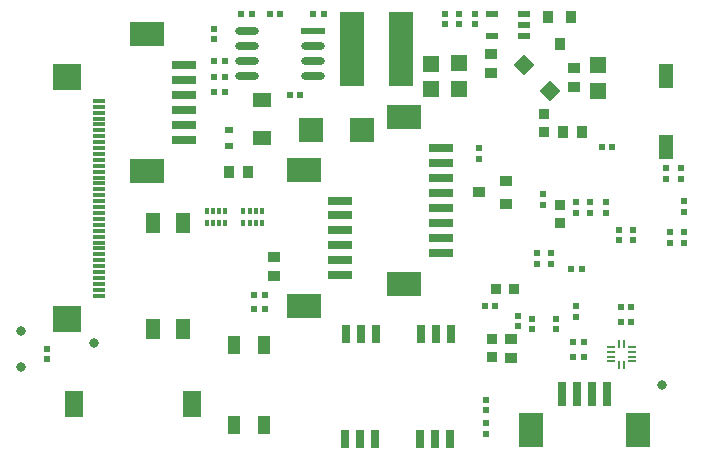
<source format=gbp>
%FSLAX44Y44*%
%MOMM*%
G71*
G01*
G75*
G04 Layer_Color=128*
%ADD10R,0.5000X0.6000*%
%ADD11R,1.0668X0.8128*%
%ADD12R,0.6000X0.5000*%
%ADD13R,0.8000X1.6000*%
%ADD14O,2.0320X0.6096*%
%ADD15R,2.0320X0.6096*%
%ADD16O,2.0000X0.3500*%
%ADD17R,1.5000X0.4000*%
G04:AMPARAMS|DCode=18|XSize=0.22mm|YSize=0.8mm|CornerRadius=0mm|HoleSize=0mm|Usage=FLASHONLY|Rotation=90.000|XOffset=0mm|YOffset=0mm|HoleType=Round|Shape=RoundedRectangle|*
%AMROUNDEDRECTD18*
21,1,0.2200,0.8000,0,0,90.0*
21,1,0.2200,0.8000,0,0,90.0*
1,1,0.0000,0.4000,0.1100*
1,1,0.0000,0.4000,-0.1100*
1,1,0.0000,-0.4000,-0.1100*
1,1,0.0000,-0.4000,0.1100*
%
%ADD18ROUNDEDRECTD18*%
G04:AMPARAMS|DCode=19|XSize=0.22mm|YSize=0.8mm|CornerRadius=0mm|HoleSize=0mm|Usage=FLASHONLY|Rotation=0.000|XOffset=0mm|YOffset=0mm|HoleType=Round|Shape=RoundedRectangle|*
%AMROUNDEDRECTD19*
21,1,0.2200,0.8000,0,0,0.0*
21,1,0.2200,0.8000,0,0,0.0*
1,1,0.0000,0.1100,-0.4000*
1,1,0.0000,-0.1100,-0.4000*
1,1,0.0000,-0.1100,0.4000*
1,1,0.0000,0.1100,0.4000*
%
%ADD19ROUNDEDRECTD19*%
%ADD20R,4.3000X4.3000*%
%ADD21R,1.4000X0.6000*%
%ADD22R,1.8000X0.2500*%
%ADD23R,1.2000X2.2000*%
%ADD24R,1.6000X1.4000*%
%ADD25R,1.1000X1.4000*%
%ADD26R,0.7000X1.6000*%
%ADD27R,0.6000X0.7000*%
%ADD28R,1.2000X1.4000*%
%ADD29P,1.8385X4X90.0*%
%ADD30R,0.8890X1.0160*%
%ADD31R,1.0160X0.8890*%
%ADD32C,0.4000*%
%ADD33C,0.2000*%
%ADD34C,0.3000*%
%ADD35C,0.2540*%
%ADD36C,0.1270*%
%ADD37C,0.5000*%
%ADD38C,0.6000*%
%ADD39C,0.5000*%
%ADD40C,0.3000*%
G04:AMPARAMS|DCode=41|XSize=4mm|YSize=4mm|CornerRadius=2mm|HoleSize=0mm|Usage=FLASHONLY|Rotation=0.000|XOffset=0mm|YOffset=0mm|HoleType=Round|Shape=RoundedRectangle|*
%AMROUNDEDRECTD41*
21,1,4.0000,0.0000,0,0,0.0*
21,1,0.0000,4.0000,0,0,0.0*
1,1,4.0000,0.0000,0.0000*
1,1,4.0000,0.0000,0.0000*
1,1,4.0000,0.0000,0.0000*
1,1,4.0000,0.0000,0.0000*
%
%ADD41ROUNDEDRECTD41*%
%ADD42R,1.5240X1.5240*%
%ADD43C,1.5240*%
%ADD44C,0.8000*%
%ADD45R,0.8128X1.0668*%
%ADD46P,1.8385X4X180.0*%
%ADD47R,1.3970X1.3970*%
%ADD48R,2.1000X0.8000*%
%ADD49R,3.0000X2.1000*%
%ADD50R,1.6000X1.2000*%
%ADD51R,1.2000X1.8000*%
%ADD52R,1.0000X1.6000*%
%ADD53R,0.7500X0.2000*%
%ADD54R,0.2000X0.7500*%
%ADD55C,0.8000*%
%ADD56R,0.4064X0.5500*%
%ADD57R,0.3048X0.5500*%
%ADD58R,0.8128X0.8128*%
%ADD59R,1.6000X2.2000*%
G04:AMPARAMS|DCode=60|XSize=2mm|YSize=2mm|CornerRadius=0mm|HoleSize=0mm|Usage=FLASHONLY|Rotation=180.000|XOffset=0mm|YOffset=0mm|HoleType=Round|Shape=RoundedRectangle|*
%AMROUNDEDRECTD60*
21,1,2.0000,2.0000,0,0,180.0*
21,1,2.0000,2.0000,0,0,180.0*
1,1,0.0000,-1.0000,1.0000*
1,1,0.0000,1.0000,1.0000*
1,1,0.0000,1.0000,-1.0000*
1,1,0.0000,-1.0000,-1.0000*
%
%ADD60ROUNDEDRECTD60*%
%ADD61R,0.8128X0.8128*%
%ADD62R,2.4130X2.1844*%
%ADD63R,1.1000X0.3000*%
%ADD64R,2.1500X6.3000*%
%ADD65R,1.2000X2.0000*%
%ADD66R,0.7000X0.6000*%
%ADD67R,0.8000X2.1000*%
%ADD68R,2.1000X3.0000*%
%ADD69R,1.1000X0.5000*%
%ADD70R,0.7600X1.5200*%
%ADD71C,0.1999*%
%ADD72C,0.1250*%
%ADD73C,0.2032*%
%ADD74C,0.1000*%
%ADD75C,0.1200*%
%ADD76R,0.7040X0.8040*%
%ADD77R,1.2708X1.0168*%
%ADD78R,0.8040X0.7040*%
%ADD79R,1.0040X1.8040*%
%ADD80O,2.2360X0.8136*%
%ADD81R,2.2360X0.8136*%
%ADD82O,2.2040X0.5540*%
%ADD83R,1.7040X0.6040*%
G04:AMPARAMS|DCode=84|XSize=0.424mm|YSize=1.004mm|CornerRadius=0mm|HoleSize=0mm|Usage=FLASHONLY|Rotation=90.000|XOffset=0mm|YOffset=0mm|HoleType=Round|Shape=RoundedRectangle|*
%AMROUNDEDRECTD84*
21,1,0.4240,1.0040,0,0,90.0*
21,1,0.4240,1.0040,0,0,90.0*
1,1,0.0000,0.5020,0.2120*
1,1,0.0000,0.5020,-0.2120*
1,1,0.0000,-0.5020,-0.2120*
1,1,0.0000,-0.5020,0.2120*
%
%ADD84ROUNDEDRECTD84*%
G04:AMPARAMS|DCode=85|XSize=0.424mm|YSize=1.004mm|CornerRadius=0mm|HoleSize=0mm|Usage=FLASHONLY|Rotation=0.000|XOffset=0mm|YOffset=0mm|HoleType=Round|Shape=RoundedRectangle|*
%AMROUNDEDRECTD85*
21,1,0.4240,1.0040,0,0,0.0*
21,1,0.4240,1.0040,0,0,0.0*
1,1,0.0000,0.2120,-0.5020*
1,1,0.0000,-0.2120,-0.5020*
1,1,0.0000,-0.2120,0.5020*
1,1,0.0000,0.2120,0.5020*
%
%ADD85ROUNDEDRECTD85*%
%ADD86R,4.5040X4.5040*%
%ADD87R,1.6040X0.8040*%
%ADD88R,2.0040X0.4540*%
%ADD89R,1.4040X2.4040*%
%ADD90R,1.8040X1.6040*%
%ADD91R,1.3040X1.6040*%
%ADD92R,0.9040X1.8040*%
%ADD93R,0.8040X0.9040*%
%ADD94R,1.4040X1.6040*%
%ADD95P,2.1270X4X90.0*%
%ADD96R,1.0930X1.2200*%
%ADD97R,1.2200X1.0930*%
%ADD98C,0.7040*%
%ADD99C,0.5040*%
%ADD100C,0.2040*%
G04:AMPARAMS|DCode=101|XSize=4.204mm|YSize=4.204mm|CornerRadius=2.102mm|HoleSize=0mm|Usage=FLASHONLY|Rotation=0.000|XOffset=0mm|YOffset=0mm|HoleType=Round|Shape=RoundedRectangle|*
%AMROUNDEDRECTD101*
21,1,4.2040,0.0000,0,0,0.0*
21,1,0.0000,4.2040,0,0,0.0*
1,1,4.2040,0.0000,0.0000*
1,1,4.2040,0.0000,0.0000*
1,1,4.2040,0.0000,0.0000*
1,1,4.2040,0.0000,0.0000*
%
%ADD101ROUNDEDRECTD101*%
%ADD102R,1.7280X1.7280*%
%ADD103C,1.7280*%
%ADD104R,1.0168X1.2708*%
%ADD105P,2.1270X4X180.0*%
%ADD106R,1.6010X1.6010*%
%ADD107R,2.3040X1.0040*%
%ADD108R,3.2040X2.3040*%
%ADD109R,1.8040X1.4040*%
%ADD110R,1.4040X2.0040*%
%ADD111R,1.2040X1.8040*%
%ADD112R,0.9540X0.4040*%
%ADD113R,0.4040X0.9540*%
%ADD114C,1.0040*%
%ADD115R,0.6104X0.7540*%
%ADD116R,0.5088X0.7540*%
%ADD117R,1.0168X1.0168*%
%ADD118R,1.8040X2.4040*%
G04:AMPARAMS|DCode=119|XSize=2.204mm|YSize=2.204mm|CornerRadius=0mm|HoleSize=0mm|Usage=FLASHONLY|Rotation=180.000|XOffset=0mm|YOffset=0mm|HoleType=Round|Shape=RoundedRectangle|*
%AMROUNDEDRECTD119*
21,1,2.2040,2.2040,0,0,180.0*
21,1,2.2040,2.2040,0,0,180.0*
1,1,0.0000,-1.1020,1.1020*
1,1,0.0000,1.1020,1.1020*
1,1,0.0000,1.1020,-1.1020*
1,1,0.0000,-1.1020,-1.1020*
%
%ADD119ROUNDEDRECTD119*%
%ADD120R,1.0168X1.0168*%
%ADD121R,2.6170X2.3884*%
%ADD122R,1.3040X0.5040*%
%ADD123R,2.3540X6.5040*%
%ADD124R,1.4040X2.2040*%
%ADD125R,0.9040X0.8040*%
%ADD126R,1.0040X2.3040*%
%ADD127R,2.3040X3.2040*%
%ADD128R,1.3040X0.7040*%
%ADD129R,0.9640X1.7240*%
D10*
X234500Y-67000D02*
D03*
X225500D02*
D03*
X-109500Y115000D02*
D03*
X-118500D02*
D03*
X-62500Y181000D02*
D03*
X-71500D02*
D03*
X192500Y-35000D02*
D03*
X183500D02*
D03*
X110500Y-66000D02*
D03*
X119500D02*
D03*
X218500Y68000D02*
D03*
X209500D02*
D03*
X234500Y-80000D02*
D03*
X225500D02*
D03*
X194500Y-97000D02*
D03*
X185500D02*
D03*
Y-109000D02*
D03*
X194500D02*
D03*
X-54500Y112000D02*
D03*
X-45500D02*
D03*
X-86500Y181000D02*
D03*
X-95500D02*
D03*
X-34500D02*
D03*
X-25500D02*
D03*
X-118500Y141000D02*
D03*
X-109500D02*
D03*
X-118500Y128000D02*
D03*
X-109500D02*
D03*
X-84500Y-57000D02*
D03*
X-75500D02*
D03*
X-84500Y-69000D02*
D03*
X-75500D02*
D03*
D11*
X105608Y30051D02*
D03*
X128544Y20513D02*
D03*
Y39588D02*
D03*
D12*
X224000Y-10500D02*
D03*
Y-1500D02*
D03*
X236000D02*
D03*
Y-10500D02*
D03*
X88980Y181366D02*
D03*
Y172366D02*
D03*
X139000Y-83500D02*
D03*
Y-74500D02*
D03*
X213000Y21500D02*
D03*
Y12500D02*
D03*
X150678Y-76995D02*
D03*
Y-85994D02*
D03*
X170678D02*
D03*
Y-76995D02*
D03*
X264000Y41500D02*
D03*
Y50500D02*
D03*
X112000Y-165500D02*
D03*
Y-174500D02*
D03*
X106000Y67500D02*
D03*
Y58500D02*
D03*
X267000Y-3500D02*
D03*
Y-12500D02*
D03*
X277000Y41500D02*
D03*
Y50500D02*
D03*
X188000Y21500D02*
D03*
Y12500D02*
D03*
X200000Y21500D02*
D03*
Y12500D02*
D03*
X155000Y-21500D02*
D03*
Y-30500D02*
D03*
X167000Y-21500D02*
D03*
Y-30500D02*
D03*
X160000Y19500D02*
D03*
Y28500D02*
D03*
X112000Y-145500D02*
D03*
Y-154500D02*
D03*
X188000Y-75500D02*
D03*
Y-66500D02*
D03*
X279000Y-3500D02*
D03*
Y-12500D02*
D03*
Y22500D02*
D03*
Y13500D02*
D03*
X-118500Y168500D02*
D03*
Y159500D02*
D03*
X-260000Y-111500D02*
D03*
Y-102500D02*
D03*
X76980Y172366D02*
D03*
Y181366D02*
D03*
X101980D02*
D03*
Y172366D02*
D03*
D14*
X-91080Y166390D02*
D03*
Y153691D02*
D03*
Y140990D02*
D03*
Y128291D02*
D03*
X-35200D02*
D03*
Y140990D02*
D03*
Y153691D02*
D03*
D15*
Y166390D02*
D03*
D30*
X192524Y81477D02*
D03*
X176522D02*
D03*
X-89999Y47000D02*
D03*
X-106001D02*
D03*
D31*
X133000Y-110506D02*
D03*
Y-94504D02*
D03*
X116000Y147001D02*
D03*
Y130999D02*
D03*
X186000Y118999D02*
D03*
Y135001D02*
D03*
X-68000Y-41001D02*
D03*
Y-24999D02*
D03*
D45*
X164412Y178544D02*
D03*
X183487D02*
D03*
X173949Y155608D02*
D03*
D46*
X144000Y137789D02*
D03*
X166000Y115789D02*
D03*
D47*
X65000Y138795D02*
D03*
Y117205D02*
D03*
X89000Y139295D02*
D03*
Y117705D02*
D03*
X206000Y116205D02*
D03*
Y137795D02*
D03*
D48*
X73500Y41950D02*
D03*
Y4050D02*
D03*
Y16750D02*
D03*
Y29250D02*
D03*
Y-8650D02*
D03*
Y-21350D02*
D03*
Y54650D02*
D03*
Y67350D02*
D03*
X-144500Y137450D02*
D03*
Y124950D02*
D03*
Y87050D02*
D03*
Y74550D02*
D03*
Y99750D02*
D03*
Y112250D02*
D03*
X-11823Y23010D02*
D03*
Y10510D02*
D03*
Y-27390D02*
D03*
Y-39890D02*
D03*
Y-14690D02*
D03*
Y-2190D02*
D03*
D49*
X42500Y-47400D02*
D03*
Y93400D02*
D03*
X-175500Y163700D02*
D03*
Y48300D02*
D03*
X-42823Y49260D02*
D03*
Y-66140D02*
D03*
D50*
X-78000Y108000D02*
D03*
Y76000D02*
D03*
D51*
X-170080Y-85940D02*
D03*
X-144680D02*
D03*
Y4060D02*
D03*
X-170080D02*
D03*
D52*
X-76300Y-167000D02*
D03*
X-101700D02*
D03*
Y-99000D02*
D03*
X-76300D02*
D03*
D53*
X217000Y-101000D02*
D03*
Y-105000D02*
D03*
Y-109000D02*
D03*
Y-113000D02*
D03*
X235000D02*
D03*
Y-109000D02*
D03*
Y-105000D02*
D03*
Y-101000D02*
D03*
D54*
X224000Y-116000D02*
D03*
X228000D02*
D03*
Y-98000D02*
D03*
X224000D02*
D03*
D55*
X261000Y-133000D02*
D03*
X-281700Y-117500D02*
D03*
Y-87500D02*
D03*
X-220000Y-97500D02*
D03*
D56*
X-108999Y3750D02*
D03*
X-125001D02*
D03*
Y14250D02*
D03*
X-108999D02*
D03*
X-77999Y3750D02*
D03*
X-94001D02*
D03*
Y14250D02*
D03*
X-77999D02*
D03*
D57*
X-114501Y3750D02*
D03*
X-119499D02*
D03*
Y14250D02*
D03*
X-114501D02*
D03*
X-83501Y3750D02*
D03*
X-88499D02*
D03*
Y14250D02*
D03*
X-83501D02*
D03*
D58*
X135620Y-52000D02*
D03*
X120380D02*
D03*
D59*
X-237250Y-149000D02*
D03*
X-137750D02*
D03*
D60*
X7000Y83000D02*
D03*
X-37000D02*
D03*
D61*
X117000Y-109620D02*
D03*
Y-94380D02*
D03*
X174000Y19620D02*
D03*
Y4380D02*
D03*
X161000Y96620D02*
D03*
Y81380D02*
D03*
D62*
X-242935Y-77437D02*
D03*
X-242935Y127443D02*
D03*
D63*
X-216500Y-57500D02*
D03*
Y-52500D02*
D03*
Y-47500D02*
D03*
Y-42500D02*
D03*
Y-37500D02*
D03*
Y-32500D02*
D03*
Y-27500D02*
D03*
Y-22500D02*
D03*
Y-17500D02*
D03*
Y-12500D02*
D03*
Y-7500D02*
D03*
Y-2500D02*
D03*
Y2500D02*
D03*
Y7500D02*
D03*
Y12500D02*
D03*
Y17500D02*
D03*
Y22500D02*
D03*
Y27500D02*
D03*
Y32500D02*
D03*
Y37500D02*
D03*
Y42500D02*
D03*
Y47500D02*
D03*
Y52500D02*
D03*
Y57500D02*
D03*
Y62500D02*
D03*
Y67500D02*
D03*
Y72500D02*
D03*
Y77500D02*
D03*
Y82500D02*
D03*
Y87500D02*
D03*
Y92500D02*
D03*
Y97500D02*
D03*
Y102500D02*
D03*
Y107500D02*
D03*
D64*
X39750Y151000D02*
D03*
X-1750D02*
D03*
D65*
X263778Y68431D02*
D03*
Y128431D02*
D03*
D66*
X-106000Y83100D02*
D03*
Y68900D02*
D03*
D67*
X213750Y-140500D02*
D03*
X201250D02*
D03*
X188750D02*
D03*
X176250D02*
D03*
D68*
X150000Y-171500D02*
D03*
X240000D02*
D03*
D69*
X116480Y181366D02*
D03*
Y162366D02*
D03*
X143480D02*
D03*
Y171866D02*
D03*
Y181366D02*
D03*
D70*
X81422Y-178450D02*
D03*
X68739D02*
D03*
X56039D02*
D03*
X17939D02*
D03*
X5239D02*
D03*
X-7461D02*
D03*
X-7321Y-89550D02*
D03*
X5379D02*
D03*
X18079D02*
D03*
X56179D02*
D03*
X68879D02*
D03*
X81579D02*
D03*
M02*

</source>
